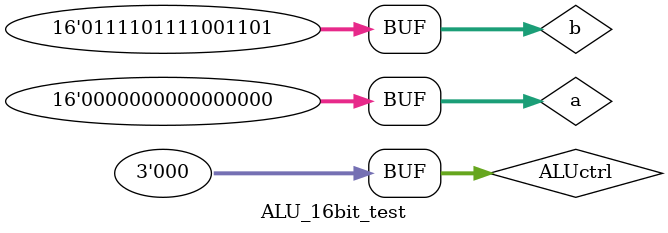
<source format=v>
`timescale 1ns / 1ps


module ALU_16bit_test;

	// Inputs
	reg [15:0] a;
	reg [15:0] b;
	reg [2:0] ALUctrl;

	// Outputs
	wire [15:0] ALUOut;
	wire iszero;
	wire Overflow;

	// Instantiate the Unit Under Test (UUT)
	ALU_16bit uut (
		.a(a), 
		.b(b), 
		.ALUctrl(ALUctrl), 
		.ALUOut(ALUOut), 
		.iszero(iszero), 
		.Overflow(Overflow)
	);

	initial begin
		// Initialize Inputs
		a = 4;
		b = 5;
		ALUctrl = 1;

		// Wait 100 ns for global reset to finish
		#100;
		// Test all ALU operations
		repeat (4) begin
			#10;
			if(ALUctrl == 0 && ALUOut != 5)				// pass b
				$display("fail");
			else if(ALUctrl == 1 && ALUOut != 9)			// add
				$display("fail");
			else if(ALUctrl == 2 && ALUOut[15:0] != 16'hFFFF)	// a - b
				$display("fail");
			else if(ALUctrl == 3 && ALUOut[15:0] != 16'h0001)	// b - a
				$display("fail");
			else if(ALUctrl == 4 && ALUOut[15:0] != 16'h0005)	// or
				$display("fail");
			else if(ALUctrl == 5 && ALUOut[15:0] != 16'h0004)	// and
				$display("fail");
			else if(ALUctrl == 6 && ALUOut[15:0] != 16'h0100)	// sll
				$display("fail");
			else if(ALUctrl == 7 && ALUOut[15:0] != 16'h0000)	// srl
				$display("fail");
			else
				$display("pass");
			ALUctrl = ALUctrl+1;
		end //End ALUctrl
		
		// test for overflow
		#10;
		ALUctrl = 0;
		a = 16'hFFFF; // A + B will produce overflow
		b = 16'h7FFF;
		#10;
		if(Overflow != 1)
			$display("fail");
		else
			$display("pass");

		// test iszero
		#10;
		ALUctrl = 0;
		a = 0;		// A + B will produce zero result
		b = 0;
		#10
		if(iszero != 1)
			$display("fail");
		else
			$display("pass");
			
		#10;
		ALUctrl = 0;
		a = 0;
		b = 16'h7BCD;
		#10
		if(ALUOut == 16'h7BCD)
			$display("pass");
		else
			$display("fail");
	end
      
endmodule


</source>
